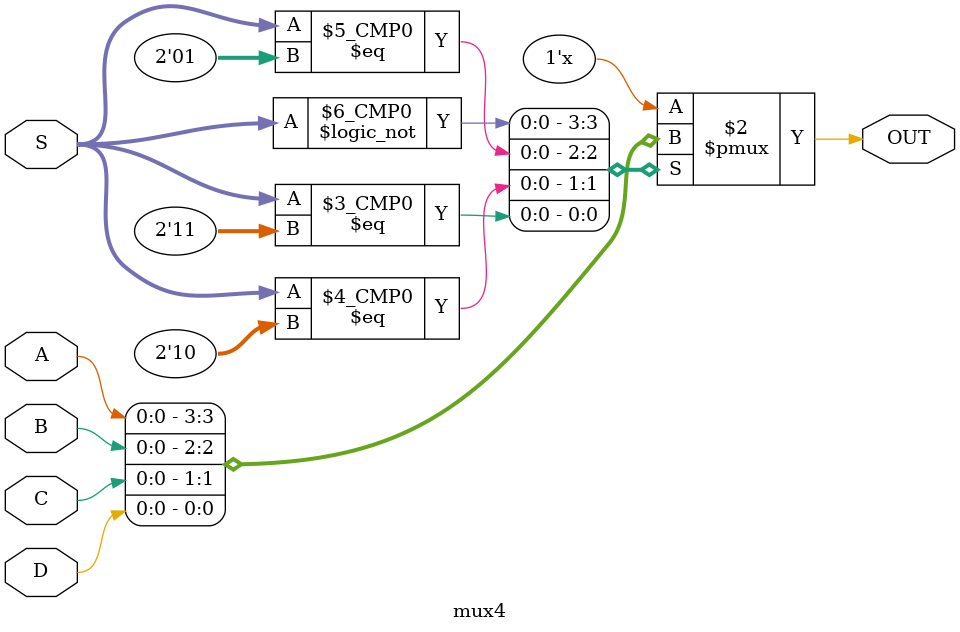
<source format=v>
module mux4 (
	A,B,C,D,S,OUT
	
);
	parameter size = 1 ;
	input [size - 1 : 0 ]A,B,C,D;
	input [ 1 : 0]S;
	output reg [ size - 1 : 0 ]OUT;
	always @(*) begin
	 	case(S)

	 	2'b00: OUT = A ;
	 	2'b01: OUT = B ;
	 	2'b10: OUT = C ;
	 	2'b11: OUT = D ;

	 	endcase
	 end 
endmodule : mux4
</source>
